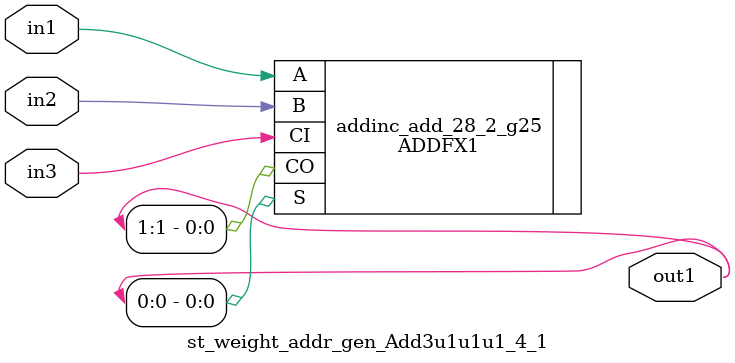
<source format=v>
`timescale 1ps / 1ps


module st_weight_addr_gen_Add3u1u1u1_4_1(in3, in2, in1, out1);
  input in3, in2, in1;
  output [1:0] out1;
  wire in3, in2, in1;
  wire [1:0] out1;
  ADDFX1 addinc_add_28_2_g25(.A (in1), .B (in2), .CI (in3), .CO
       (out1[1]), .S (out1[0]));
endmodule



</source>
